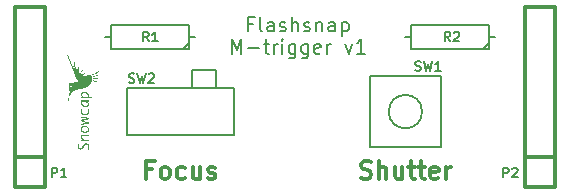
<source format=gto>
G04 (created by PCBNEW (2013-jul-07)-stable) date Thu 18 Dec 2014 12:40:28 PM EET*
%MOIN*%
G04 Gerber Fmt 3.4, Leading zero omitted, Abs format*
%FSLAX34Y34*%
G01*
G70*
G90*
G04 APERTURE LIST*
%ADD10C,0.00590551*%
%ADD11C,0.011811*%
%ADD12C,0.00787402*%
%ADD13C,0.008*%
%ADD14C,0.012*%
%ADD15C,0.0001*%
G04 APERTURE END LIST*
G54D10*
G54D11*
X82023Y-59210D02*
X82107Y-59239D01*
X82248Y-59239D01*
X82304Y-59210D01*
X82332Y-59182D01*
X82361Y-59126D01*
X82361Y-59070D01*
X82332Y-59014D01*
X82304Y-58985D01*
X82248Y-58957D01*
X82136Y-58929D01*
X82079Y-58901D01*
X82051Y-58873D01*
X82023Y-58817D01*
X82023Y-58760D01*
X82051Y-58704D01*
X82079Y-58676D01*
X82136Y-58648D01*
X82276Y-58648D01*
X82361Y-58676D01*
X82614Y-59239D02*
X82614Y-58648D01*
X82867Y-59239D02*
X82867Y-58929D01*
X82839Y-58873D01*
X82782Y-58845D01*
X82698Y-58845D01*
X82642Y-58873D01*
X82614Y-58901D01*
X83401Y-58845D02*
X83401Y-59239D01*
X83148Y-58845D02*
X83148Y-59154D01*
X83176Y-59210D01*
X83232Y-59239D01*
X83317Y-59239D01*
X83373Y-59210D01*
X83401Y-59182D01*
X83598Y-58845D02*
X83823Y-58845D01*
X83682Y-58648D02*
X83682Y-59154D01*
X83710Y-59210D01*
X83767Y-59239D01*
X83823Y-59239D01*
X83935Y-58845D02*
X84160Y-58845D01*
X84020Y-58648D02*
X84020Y-59154D01*
X84048Y-59210D01*
X84104Y-59239D01*
X84160Y-59239D01*
X84582Y-59210D02*
X84526Y-59239D01*
X84413Y-59239D01*
X84357Y-59210D01*
X84329Y-59154D01*
X84329Y-58929D01*
X84357Y-58873D01*
X84413Y-58845D01*
X84526Y-58845D01*
X84582Y-58873D01*
X84610Y-58929D01*
X84610Y-58985D01*
X84329Y-59042D01*
X84863Y-59239D02*
X84863Y-58845D01*
X84863Y-58957D02*
X84892Y-58901D01*
X84920Y-58873D01*
X84976Y-58845D01*
X85032Y-58845D01*
X75057Y-58929D02*
X74861Y-58929D01*
X74861Y-59239D02*
X74861Y-58648D01*
X75142Y-58648D01*
X75451Y-59239D02*
X75395Y-59210D01*
X75367Y-59182D01*
X75339Y-59126D01*
X75339Y-58957D01*
X75367Y-58901D01*
X75395Y-58873D01*
X75451Y-58845D01*
X75535Y-58845D01*
X75592Y-58873D01*
X75620Y-58901D01*
X75648Y-58957D01*
X75648Y-59126D01*
X75620Y-59182D01*
X75592Y-59210D01*
X75535Y-59239D01*
X75451Y-59239D01*
X76154Y-59210D02*
X76098Y-59239D01*
X75985Y-59239D01*
X75929Y-59210D01*
X75901Y-59182D01*
X75873Y-59126D01*
X75873Y-58957D01*
X75901Y-58901D01*
X75929Y-58873D01*
X75985Y-58845D01*
X76098Y-58845D01*
X76154Y-58873D01*
X76660Y-58845D02*
X76660Y-59239D01*
X76407Y-58845D02*
X76407Y-59154D01*
X76435Y-59210D01*
X76492Y-59239D01*
X76576Y-59239D01*
X76632Y-59210D01*
X76660Y-59182D01*
X76913Y-59210D02*
X76970Y-59239D01*
X77082Y-59239D01*
X77138Y-59210D01*
X77167Y-59154D01*
X77167Y-59126D01*
X77138Y-59070D01*
X77082Y-59042D01*
X76998Y-59042D01*
X76942Y-59014D01*
X76913Y-58957D01*
X76913Y-58929D01*
X76942Y-58873D01*
X76998Y-58845D01*
X77082Y-58845D01*
X77138Y-58873D01*
G54D12*
X78413Y-54077D02*
X78256Y-54077D01*
X78256Y-54325D02*
X78256Y-53852D01*
X78481Y-53852D01*
X78728Y-54325D02*
X78683Y-54302D01*
X78661Y-54257D01*
X78661Y-53852D01*
X79111Y-54325D02*
X79111Y-54077D01*
X79088Y-54032D01*
X79043Y-54010D01*
X78953Y-54010D01*
X78908Y-54032D01*
X79111Y-54302D02*
X79066Y-54325D01*
X78953Y-54325D01*
X78908Y-54302D01*
X78886Y-54257D01*
X78886Y-54212D01*
X78908Y-54167D01*
X78953Y-54145D01*
X79066Y-54145D01*
X79111Y-54122D01*
X79313Y-54302D02*
X79358Y-54325D01*
X79448Y-54325D01*
X79493Y-54302D01*
X79516Y-54257D01*
X79516Y-54235D01*
X79493Y-54190D01*
X79448Y-54167D01*
X79381Y-54167D01*
X79336Y-54145D01*
X79313Y-54100D01*
X79313Y-54077D01*
X79336Y-54032D01*
X79381Y-54010D01*
X79448Y-54010D01*
X79493Y-54032D01*
X79718Y-54325D02*
X79718Y-53852D01*
X79921Y-54325D02*
X79921Y-54077D01*
X79898Y-54032D01*
X79853Y-54010D01*
X79786Y-54010D01*
X79741Y-54032D01*
X79718Y-54055D01*
X80123Y-54302D02*
X80168Y-54325D01*
X80258Y-54325D01*
X80303Y-54302D01*
X80326Y-54257D01*
X80326Y-54235D01*
X80303Y-54190D01*
X80258Y-54167D01*
X80191Y-54167D01*
X80146Y-54145D01*
X80123Y-54100D01*
X80123Y-54077D01*
X80146Y-54032D01*
X80191Y-54010D01*
X80258Y-54010D01*
X80303Y-54032D01*
X80528Y-54010D02*
X80528Y-54325D01*
X80528Y-54055D02*
X80551Y-54032D01*
X80596Y-54010D01*
X80663Y-54010D01*
X80708Y-54032D01*
X80731Y-54077D01*
X80731Y-54325D01*
X81158Y-54325D02*
X81158Y-54077D01*
X81136Y-54032D01*
X81091Y-54010D01*
X81001Y-54010D01*
X80956Y-54032D01*
X81158Y-54302D02*
X81113Y-54325D01*
X81001Y-54325D01*
X80956Y-54302D01*
X80933Y-54257D01*
X80933Y-54212D01*
X80956Y-54167D01*
X81001Y-54145D01*
X81113Y-54145D01*
X81158Y-54122D01*
X81383Y-54010D02*
X81383Y-54482D01*
X81383Y-54032D02*
X81428Y-54010D01*
X81518Y-54010D01*
X81563Y-54032D01*
X81586Y-54055D01*
X81608Y-54100D01*
X81608Y-54235D01*
X81586Y-54280D01*
X81563Y-54302D01*
X81518Y-54325D01*
X81428Y-54325D01*
X81383Y-54302D01*
X77716Y-55065D02*
X77716Y-54592D01*
X77874Y-54930D01*
X78031Y-54592D01*
X78031Y-55065D01*
X78256Y-54885D02*
X78616Y-54885D01*
X78773Y-54750D02*
X78953Y-54750D01*
X78841Y-54592D02*
X78841Y-54997D01*
X78863Y-55042D01*
X78908Y-55065D01*
X78953Y-55065D01*
X79111Y-55065D02*
X79111Y-54750D01*
X79111Y-54840D02*
X79133Y-54795D01*
X79156Y-54772D01*
X79201Y-54750D01*
X79246Y-54750D01*
X79403Y-55065D02*
X79403Y-54750D01*
X79403Y-54592D02*
X79381Y-54615D01*
X79403Y-54637D01*
X79426Y-54615D01*
X79403Y-54592D01*
X79403Y-54637D01*
X79831Y-54750D02*
X79831Y-55132D01*
X79808Y-55177D01*
X79786Y-55200D01*
X79741Y-55222D01*
X79673Y-55222D01*
X79628Y-55200D01*
X79831Y-55042D02*
X79786Y-55065D01*
X79696Y-55065D01*
X79651Y-55042D01*
X79628Y-55020D01*
X79606Y-54975D01*
X79606Y-54840D01*
X79628Y-54795D01*
X79651Y-54772D01*
X79696Y-54750D01*
X79786Y-54750D01*
X79831Y-54772D01*
X80258Y-54750D02*
X80258Y-55132D01*
X80236Y-55177D01*
X80213Y-55200D01*
X80168Y-55222D01*
X80101Y-55222D01*
X80056Y-55200D01*
X80258Y-55042D02*
X80213Y-55065D01*
X80123Y-55065D01*
X80078Y-55042D01*
X80056Y-55020D01*
X80033Y-54975D01*
X80033Y-54840D01*
X80056Y-54795D01*
X80078Y-54772D01*
X80123Y-54750D01*
X80213Y-54750D01*
X80258Y-54772D01*
X80663Y-55042D02*
X80618Y-55065D01*
X80528Y-55065D01*
X80483Y-55042D01*
X80461Y-54997D01*
X80461Y-54817D01*
X80483Y-54772D01*
X80528Y-54750D01*
X80618Y-54750D01*
X80663Y-54772D01*
X80686Y-54817D01*
X80686Y-54862D01*
X80461Y-54907D01*
X80888Y-55065D02*
X80888Y-54750D01*
X80888Y-54840D02*
X80911Y-54795D01*
X80933Y-54772D01*
X80978Y-54750D01*
X81023Y-54750D01*
X81496Y-54750D02*
X81608Y-55065D01*
X81721Y-54750D01*
X82148Y-55065D02*
X81878Y-55065D01*
X82013Y-55065D02*
X82013Y-54592D01*
X81968Y-54660D01*
X81923Y-54705D01*
X81878Y-54727D01*
G54D10*
X77181Y-56212D02*
X77181Y-55622D01*
X77181Y-55622D02*
X76393Y-55622D01*
X76393Y-55622D02*
X76393Y-56212D01*
X76000Y-56212D02*
X77771Y-56212D01*
X77771Y-56212D02*
X77771Y-57787D01*
X77771Y-57787D02*
X74228Y-57787D01*
X74228Y-57787D02*
X74228Y-56212D01*
X74228Y-56212D02*
X76000Y-56212D01*
X84056Y-57000D02*
G75*
G03X84056Y-57000I-556J0D01*
G74*
G01*
X84681Y-58181D02*
X84681Y-55818D01*
X84681Y-55818D02*
X82318Y-55818D01*
X82318Y-55818D02*
X82318Y-58181D01*
X82318Y-58181D02*
X84681Y-58181D01*
G54D13*
X76500Y-54500D02*
X76300Y-54500D01*
X73500Y-54500D02*
X73700Y-54500D01*
X73700Y-54500D02*
X73700Y-54900D01*
X73700Y-54900D02*
X76300Y-54900D01*
X76300Y-54900D02*
X76300Y-54100D01*
X76300Y-54100D02*
X73700Y-54100D01*
X73700Y-54100D02*
X73700Y-54500D01*
X76300Y-54700D02*
X76100Y-54900D01*
X86500Y-54500D02*
X86300Y-54500D01*
X83500Y-54500D02*
X83700Y-54500D01*
X83700Y-54500D02*
X83700Y-54900D01*
X83700Y-54900D02*
X86300Y-54900D01*
X86300Y-54900D02*
X86300Y-54100D01*
X86300Y-54100D02*
X83700Y-54100D01*
X83700Y-54100D02*
X83700Y-54500D01*
X86300Y-54700D02*
X86100Y-54900D01*
G54D14*
X71500Y-59500D02*
X70500Y-59500D01*
X70500Y-59500D02*
X70500Y-53500D01*
X70500Y-53500D02*
X71500Y-53500D01*
X71500Y-53500D02*
X71500Y-59500D01*
X71500Y-58500D02*
X70500Y-58500D01*
X88500Y-59500D02*
X87500Y-59500D01*
X87500Y-59500D02*
X87500Y-53500D01*
X87500Y-53500D02*
X88500Y-53500D01*
X88500Y-53500D02*
X88500Y-59500D01*
X88500Y-58500D02*
X87500Y-58500D01*
G54D15*
G36*
X73268Y-55641D02*
X73272Y-55642D01*
X73275Y-55645D01*
X73279Y-55649D01*
X73281Y-55654D01*
X73280Y-55658D01*
X73280Y-55661D01*
X73278Y-55664D01*
X73275Y-55667D01*
X73270Y-55671D01*
X73264Y-55676D01*
X73256Y-55682D01*
X73218Y-55708D01*
X73178Y-55732D01*
X73136Y-55755D01*
X73097Y-55774D01*
X73086Y-55778D01*
X73079Y-55782D01*
X73073Y-55784D01*
X73068Y-55785D01*
X73065Y-55785D01*
X73062Y-55785D01*
X73059Y-55784D01*
X73059Y-55784D01*
X73055Y-55781D01*
X73052Y-55776D01*
X73051Y-55771D01*
X73051Y-55768D01*
X73052Y-55765D01*
X73054Y-55762D01*
X73057Y-55759D01*
X73062Y-55756D01*
X73069Y-55753D01*
X73079Y-55748D01*
X73082Y-55747D01*
X73110Y-55734D01*
X73138Y-55720D01*
X73166Y-55704D01*
X73193Y-55688D01*
X73218Y-55671D01*
X73241Y-55655D01*
X73244Y-55653D01*
X73252Y-55647D01*
X73259Y-55643D01*
X73264Y-55641D01*
X73268Y-55641D01*
X73268Y-55641D01*
X73268Y-55641D01*
G37*
G36*
X73254Y-55771D02*
X73260Y-55773D01*
X73264Y-55776D01*
X73267Y-55782D01*
X73268Y-55787D01*
X73266Y-55793D01*
X73265Y-55795D01*
X73262Y-55797D01*
X73258Y-55800D01*
X73256Y-55800D01*
X73253Y-55801D01*
X73248Y-55803D01*
X73240Y-55806D01*
X73230Y-55809D01*
X73219Y-55812D01*
X73207Y-55816D01*
X73193Y-55820D01*
X73180Y-55824D01*
X73166Y-55828D01*
X73152Y-55833D01*
X73139Y-55837D01*
X73126Y-55840D01*
X73115Y-55844D01*
X73106Y-55846D01*
X73098Y-55849D01*
X73093Y-55850D01*
X73090Y-55851D01*
X73086Y-55851D01*
X73083Y-55850D01*
X73077Y-55846D01*
X73074Y-55840D01*
X73074Y-55835D01*
X73075Y-55829D01*
X73080Y-55825D01*
X73083Y-55823D01*
X73086Y-55821D01*
X73092Y-55819D01*
X73100Y-55817D01*
X73110Y-55814D01*
X73122Y-55810D01*
X73135Y-55806D01*
X73148Y-55802D01*
X73162Y-55798D01*
X73176Y-55793D01*
X73190Y-55789D01*
X73204Y-55785D01*
X73216Y-55782D01*
X73228Y-55778D01*
X73237Y-55776D01*
X73245Y-55774D01*
X73251Y-55772D01*
X73254Y-55771D01*
X73254Y-55771D01*
X73254Y-55771D01*
X73254Y-55771D01*
G37*
G36*
X73218Y-55879D02*
X73223Y-55879D01*
X73226Y-55879D01*
X73228Y-55880D01*
X73230Y-55880D01*
X73231Y-55881D01*
X73233Y-55883D01*
X73233Y-55883D01*
X73237Y-55889D01*
X73237Y-55895D01*
X73235Y-55900D01*
X73233Y-55902D01*
X73229Y-55906D01*
X73224Y-55908D01*
X73223Y-55908D01*
X73220Y-55908D01*
X73215Y-55909D01*
X73207Y-55910D01*
X73197Y-55911D01*
X73186Y-55912D01*
X73173Y-55913D01*
X73159Y-55915D01*
X73156Y-55915D01*
X73140Y-55917D01*
X73127Y-55918D01*
X73117Y-55919D01*
X73109Y-55919D01*
X73103Y-55920D01*
X73098Y-55920D01*
X73095Y-55920D01*
X73092Y-55920D01*
X73091Y-55920D01*
X73089Y-55919D01*
X73088Y-55918D01*
X73083Y-55914D01*
X73080Y-55909D01*
X73080Y-55903D01*
X73083Y-55898D01*
X73087Y-55894D01*
X73089Y-55893D01*
X73093Y-55892D01*
X73099Y-55891D01*
X73108Y-55890D01*
X73120Y-55888D01*
X73134Y-55887D01*
X73151Y-55885D01*
X73151Y-55885D01*
X73168Y-55883D01*
X73183Y-55881D01*
X73195Y-55880D01*
X73205Y-55879D01*
X73212Y-55879D01*
X73218Y-55879D01*
X73218Y-55879D01*
X73218Y-55879D01*
G37*
G36*
X73093Y-55961D02*
X73101Y-55961D01*
X73112Y-55962D01*
X73124Y-55963D01*
X73137Y-55965D01*
X73148Y-55967D01*
X73158Y-55970D01*
X73160Y-55970D01*
X73172Y-55974D01*
X73183Y-55978D01*
X73193Y-55982D01*
X73200Y-55986D01*
X73205Y-55990D01*
X73206Y-55992D01*
X73207Y-55998D01*
X73206Y-56004D01*
X73204Y-56008D01*
X73200Y-56012D01*
X73195Y-56014D01*
X73189Y-56013D01*
X73181Y-56010D01*
X73179Y-56009D01*
X73166Y-56004D01*
X73151Y-55999D01*
X73135Y-55996D01*
X73115Y-55993D01*
X73094Y-55991D01*
X73087Y-55990D01*
X73082Y-55989D01*
X73078Y-55988D01*
X73076Y-55987D01*
X73074Y-55985D01*
X73074Y-55985D01*
X73071Y-55979D01*
X73071Y-55973D01*
X73073Y-55967D01*
X73075Y-55965D01*
X73077Y-55963D01*
X73080Y-55962D01*
X73083Y-55961D01*
X73088Y-55961D01*
X73093Y-55961D01*
X73093Y-55961D01*
X73093Y-55961D01*
G37*
G36*
X72246Y-55118D02*
X72251Y-55119D01*
X72256Y-55122D01*
X72257Y-55122D01*
X72258Y-55125D01*
X72260Y-55130D01*
X72264Y-55137D01*
X72267Y-55145D01*
X72271Y-55154D01*
X72272Y-55157D01*
X72275Y-55164D01*
X72279Y-55173D01*
X72284Y-55185D01*
X72290Y-55199D01*
X72296Y-55214D01*
X72302Y-55230D01*
X72310Y-55247D01*
X72317Y-55264D01*
X72324Y-55282D01*
X72325Y-55285D01*
X72339Y-55320D01*
X72354Y-55355D01*
X72369Y-55391D01*
X72383Y-55427D01*
X72397Y-55462D01*
X72411Y-55497D01*
X72424Y-55530D01*
X72437Y-55562D01*
X72448Y-55591D01*
X72449Y-55594D01*
X72454Y-55606D01*
X72458Y-55617D01*
X72462Y-55627D01*
X72465Y-55635D01*
X72467Y-55641D01*
X72469Y-55645D01*
X72469Y-55646D01*
X72470Y-55648D01*
X72472Y-55649D01*
X72476Y-55650D01*
X72482Y-55651D01*
X72489Y-55652D01*
X72496Y-55653D01*
X72502Y-55654D01*
X72507Y-55654D01*
X72508Y-55654D01*
X72508Y-55653D01*
X72507Y-55648D01*
X72505Y-55641D01*
X72503Y-55632D01*
X72501Y-55620D01*
X72498Y-55606D01*
X72495Y-55590D01*
X72491Y-55573D01*
X72487Y-55554D01*
X72482Y-55534D01*
X72478Y-55513D01*
X72475Y-55499D01*
X72470Y-55477D01*
X72466Y-55456D01*
X72461Y-55436D01*
X72457Y-55417D01*
X72454Y-55400D01*
X72450Y-55384D01*
X72448Y-55371D01*
X72445Y-55359D01*
X72443Y-55349D01*
X72442Y-55342D01*
X72441Y-55338D01*
X72441Y-55337D01*
X72442Y-55330D01*
X72446Y-55326D01*
X72451Y-55323D01*
X72455Y-55322D01*
X72461Y-55323D01*
X72466Y-55327D01*
X72468Y-55330D01*
X72469Y-55332D01*
X72470Y-55337D01*
X72472Y-55345D01*
X72474Y-55355D01*
X72477Y-55367D01*
X72480Y-55381D01*
X72484Y-55398D01*
X72488Y-55416D01*
X72492Y-55435D01*
X72496Y-55455D01*
X72501Y-55477D01*
X72506Y-55499D01*
X72541Y-55663D01*
X72557Y-55668D01*
X72565Y-55671D01*
X72571Y-55673D01*
X72575Y-55675D01*
X72577Y-55675D01*
X72578Y-55675D01*
X72578Y-55674D01*
X72578Y-55674D01*
X72578Y-55671D01*
X72579Y-55666D01*
X72580Y-55658D01*
X72581Y-55649D01*
X72583Y-55637D01*
X72584Y-55625D01*
X72586Y-55612D01*
X72588Y-55598D01*
X72590Y-55584D01*
X72592Y-55570D01*
X72594Y-55557D01*
X72595Y-55545D01*
X72597Y-55534D01*
X72598Y-55525D01*
X72599Y-55519D01*
X72600Y-55514D01*
X72601Y-55512D01*
X72604Y-55507D01*
X72610Y-55504D01*
X72616Y-55504D01*
X72623Y-55506D01*
X72627Y-55511D01*
X72629Y-55517D01*
X72629Y-55518D01*
X72628Y-55520D01*
X72628Y-55526D01*
X72627Y-55534D01*
X72626Y-55544D01*
X72624Y-55556D01*
X72622Y-55569D01*
X72621Y-55584D01*
X72618Y-55600D01*
X72618Y-55607D01*
X72615Y-55623D01*
X72614Y-55637D01*
X72612Y-55651D01*
X72610Y-55663D01*
X72609Y-55673D01*
X72608Y-55682D01*
X72608Y-55687D01*
X72608Y-55690D01*
X72608Y-55691D01*
X72609Y-55692D01*
X72613Y-55694D01*
X72619Y-55697D01*
X72626Y-55701D01*
X72630Y-55704D01*
X72651Y-55716D01*
X72682Y-55670D01*
X72689Y-55659D01*
X72696Y-55649D01*
X72702Y-55640D01*
X72708Y-55632D01*
X72712Y-55627D01*
X72715Y-55623D01*
X72717Y-55621D01*
X72723Y-55619D01*
X72729Y-55619D01*
X72734Y-55623D01*
X72734Y-55623D01*
X72737Y-55625D01*
X72738Y-55628D01*
X72739Y-55630D01*
X72739Y-55633D01*
X72738Y-55637D01*
X72736Y-55641D01*
X72733Y-55647D01*
X72728Y-55655D01*
X72722Y-55664D01*
X72715Y-55676D01*
X72708Y-55685D01*
X72701Y-55696D01*
X72695Y-55706D01*
X72689Y-55715D01*
X72684Y-55722D01*
X72680Y-55728D01*
X72678Y-55732D01*
X72678Y-55733D01*
X72679Y-55734D01*
X72682Y-55737D01*
X72686Y-55742D01*
X72688Y-55744D01*
X72693Y-55749D01*
X72698Y-55754D01*
X72704Y-55761D01*
X72708Y-55766D01*
X72712Y-55771D01*
X72713Y-55773D01*
X72714Y-55772D01*
X72718Y-55770D01*
X72724Y-55766D01*
X72731Y-55762D01*
X72740Y-55756D01*
X72750Y-55750D01*
X72759Y-55745D01*
X72772Y-55737D01*
X72783Y-55731D01*
X72792Y-55725D01*
X72799Y-55722D01*
X72805Y-55719D01*
X72809Y-55718D01*
X72812Y-55717D01*
X72815Y-55718D01*
X72817Y-55719D01*
X72819Y-55721D01*
X72820Y-55722D01*
X72824Y-55728D01*
X72824Y-55734D01*
X72822Y-55739D01*
X72819Y-55742D01*
X72817Y-55744D01*
X72812Y-55748D01*
X72805Y-55752D01*
X72797Y-55758D01*
X72787Y-55764D01*
X72776Y-55770D01*
X72772Y-55773D01*
X72762Y-55779D01*
X72752Y-55785D01*
X72744Y-55790D01*
X72737Y-55794D01*
X72732Y-55797D01*
X72730Y-55799D01*
X72730Y-55799D01*
X72730Y-55801D01*
X72732Y-55804D01*
X72736Y-55810D01*
X72740Y-55816D01*
X72742Y-55820D01*
X72755Y-55841D01*
X72764Y-55837D01*
X72799Y-55822D01*
X72836Y-55810D01*
X72874Y-55799D01*
X72893Y-55794D01*
X72912Y-55791D01*
X72931Y-55788D01*
X72951Y-55785D01*
X72971Y-55784D01*
X72989Y-55783D01*
X73005Y-55783D01*
X73021Y-55783D01*
X73029Y-55790D01*
X73034Y-55796D01*
X73039Y-55802D01*
X73042Y-55809D01*
X73045Y-55818D01*
X73048Y-55828D01*
X73053Y-55848D01*
X73056Y-55866D01*
X73057Y-55883D01*
X73058Y-55902D01*
X73056Y-55922D01*
X73056Y-55927D01*
X73055Y-55942D01*
X73053Y-55955D01*
X73051Y-55966D01*
X73049Y-55976D01*
X73046Y-55986D01*
X73042Y-55996D01*
X73038Y-56008D01*
X73036Y-56012D01*
X73025Y-56036D01*
X73012Y-56058D01*
X73007Y-56064D01*
X72360Y-56064D01*
X72354Y-56065D01*
X72342Y-56068D01*
X72332Y-56073D01*
X72326Y-56077D01*
X72320Y-56084D01*
X72315Y-56094D01*
X72311Y-56104D01*
X72308Y-56115D01*
X72306Y-56123D01*
X72306Y-56133D01*
X72305Y-56144D01*
X72305Y-56156D01*
X72305Y-56169D01*
X72306Y-56181D01*
X72307Y-56192D01*
X72308Y-56199D01*
X72310Y-56213D01*
X72313Y-56228D01*
X72317Y-56244D01*
X72322Y-56261D01*
X72327Y-56278D01*
X72332Y-56294D01*
X72337Y-56308D01*
X72338Y-56312D01*
X72344Y-56327D01*
X72345Y-56319D01*
X72347Y-56310D01*
X72348Y-56299D01*
X72349Y-56286D01*
X72351Y-56272D01*
X72352Y-56258D01*
X72353Y-56245D01*
X72354Y-56232D01*
X72355Y-56220D01*
X72356Y-56211D01*
X72356Y-56204D01*
X72356Y-56204D01*
X72356Y-56191D01*
X72360Y-56197D01*
X72365Y-56202D01*
X72370Y-56204D01*
X72376Y-56203D01*
X72377Y-56203D01*
X72382Y-56200D01*
X72385Y-56195D01*
X72389Y-56187D01*
X72390Y-56184D01*
X72391Y-56177D01*
X72392Y-56169D01*
X72391Y-56161D01*
X72390Y-56154D01*
X72388Y-56148D01*
X72388Y-56148D01*
X72383Y-56142D01*
X72378Y-56139D01*
X72372Y-56139D01*
X72367Y-56142D01*
X72365Y-56143D01*
X72364Y-56145D01*
X72363Y-56145D01*
X72363Y-56145D01*
X72363Y-56142D01*
X72364Y-56136D01*
X72365Y-56131D01*
X72366Y-56123D01*
X72367Y-56114D01*
X72368Y-56104D01*
X72368Y-56100D01*
X72369Y-56092D01*
X72369Y-56086D01*
X72368Y-56083D01*
X72367Y-56079D01*
X72366Y-56076D01*
X72365Y-56073D01*
X72360Y-56064D01*
X73007Y-56064D01*
X72997Y-56079D01*
X72980Y-56100D01*
X72967Y-56114D01*
X72949Y-56131D01*
X72933Y-56146D01*
X72916Y-56160D01*
X72898Y-56172D01*
X72880Y-56183D01*
X72860Y-56193D01*
X72838Y-56203D01*
X72817Y-56212D01*
X72805Y-56216D01*
X72795Y-56220D01*
X72784Y-56223D01*
X72773Y-56226D01*
X72761Y-56229D01*
X72747Y-56232D01*
X72732Y-56235D01*
X72715Y-56238D01*
X72695Y-56241D01*
X72686Y-56243D01*
X72655Y-56248D01*
X72627Y-56253D01*
X72601Y-56258D01*
X72577Y-56263D01*
X72555Y-56268D01*
X72535Y-56274D01*
X72516Y-56280D01*
X72497Y-56287D01*
X72479Y-56294D01*
X72461Y-56302D01*
X72447Y-56309D01*
X72440Y-56313D01*
X72432Y-56318D01*
X72422Y-56324D01*
X72413Y-56330D01*
X72403Y-56337D01*
X72393Y-56344D01*
X72385Y-56351D01*
X72377Y-56356D01*
X72372Y-56361D01*
X72369Y-56365D01*
X72369Y-56365D01*
X72359Y-56379D01*
X72349Y-56395D01*
X72339Y-56414D01*
X72329Y-56434D01*
X72320Y-56454D01*
X72311Y-56475D01*
X72303Y-56495D01*
X72297Y-56515D01*
X72296Y-56517D01*
X72291Y-56535D01*
X72287Y-56551D01*
X72283Y-56565D01*
X72281Y-56578D01*
X72278Y-56592D01*
X72277Y-56605D01*
X72275Y-56619D01*
X72275Y-56628D01*
X72274Y-56635D01*
X72274Y-56639D01*
X72273Y-56642D01*
X72272Y-56643D01*
X72271Y-56643D01*
X72269Y-56643D01*
X72268Y-56641D01*
X72267Y-56639D01*
X72267Y-56635D01*
X72266Y-56629D01*
X72266Y-56621D01*
X72267Y-56611D01*
X72267Y-56598D01*
X72267Y-56584D01*
X72269Y-56552D01*
X72271Y-56524D01*
X72274Y-56498D01*
X72277Y-56473D01*
X72281Y-56451D01*
X72285Y-56430D01*
X72291Y-56409D01*
X72297Y-56390D01*
X72305Y-56370D01*
X72308Y-56362D01*
X72311Y-56354D01*
X72314Y-56348D01*
X72316Y-56343D01*
X72316Y-56339D01*
X72316Y-56339D01*
X72315Y-56337D01*
X72313Y-56332D01*
X72311Y-56326D01*
X72310Y-56322D01*
X72305Y-56309D01*
X72300Y-56293D01*
X72295Y-56276D01*
X72290Y-56259D01*
X72286Y-56242D01*
X72282Y-56226D01*
X72279Y-56211D01*
X72278Y-56205D01*
X72276Y-56192D01*
X72275Y-56177D01*
X72275Y-56162D01*
X72274Y-56147D01*
X72275Y-56134D01*
X72276Y-56127D01*
X72279Y-56107D01*
X72284Y-56089D01*
X72291Y-56074D01*
X72300Y-56061D01*
X72310Y-56051D01*
X72322Y-56043D01*
X72328Y-56041D01*
X72333Y-56039D01*
X72338Y-56038D01*
X72345Y-56036D01*
X72353Y-56035D01*
X72362Y-56034D01*
X72373Y-56033D01*
X72387Y-56032D01*
X72403Y-56032D01*
X72421Y-56031D01*
X72425Y-56031D01*
X72447Y-56030D01*
X72467Y-56029D01*
X72484Y-56028D01*
X72499Y-56026D01*
X72512Y-56025D01*
X72523Y-56023D01*
X72532Y-56021D01*
X72540Y-56019D01*
X72547Y-56017D01*
X72553Y-56014D01*
X72553Y-56014D01*
X72556Y-56013D01*
X72558Y-56011D01*
X72561Y-56009D01*
X72564Y-56005D01*
X72567Y-56001D01*
X72573Y-55994D01*
X72577Y-55988D01*
X72590Y-55972D01*
X72583Y-55962D01*
X72575Y-55952D01*
X72566Y-55939D01*
X72557Y-55924D01*
X72547Y-55907D01*
X72536Y-55888D01*
X72526Y-55869D01*
X72516Y-55850D01*
X72507Y-55831D01*
X72498Y-55812D01*
X72493Y-55800D01*
X72487Y-55786D01*
X72481Y-55771D01*
X72474Y-55755D01*
X72468Y-55738D01*
X72462Y-55722D01*
X72456Y-55706D01*
X72451Y-55691D01*
X72447Y-55678D01*
X72444Y-55668D01*
X72444Y-55667D01*
X72441Y-55660D01*
X72438Y-55651D01*
X72434Y-55638D01*
X72428Y-55623D01*
X72421Y-55606D01*
X72414Y-55586D01*
X72405Y-55564D01*
X72396Y-55540D01*
X72385Y-55514D01*
X72374Y-55486D01*
X72362Y-55456D01*
X72350Y-55425D01*
X72336Y-55392D01*
X72322Y-55358D01*
X72308Y-55322D01*
X72293Y-55285D01*
X72277Y-55248D01*
X72261Y-55209D01*
X72247Y-55176D01*
X72242Y-55164D01*
X72238Y-55154D01*
X72235Y-55146D01*
X72233Y-55141D01*
X72232Y-55136D01*
X72231Y-55133D01*
X72231Y-55131D01*
X72231Y-55129D01*
X72232Y-55127D01*
X72232Y-55127D01*
X72235Y-55122D01*
X72240Y-55119D01*
X72246Y-55118D01*
X72246Y-55118D01*
X72246Y-55118D01*
G37*
G36*
X72795Y-56333D02*
X72817Y-56334D01*
X72837Y-56337D01*
X72855Y-56342D01*
X72873Y-56349D01*
X72877Y-56351D01*
X72896Y-56362D01*
X72913Y-56375D01*
X72918Y-56380D01*
X72809Y-56380D01*
X72791Y-56380D01*
X72775Y-56382D01*
X72761Y-56386D01*
X72748Y-56391D01*
X72738Y-56398D01*
X72731Y-56406D01*
X72726Y-56415D01*
X72724Y-56425D01*
X72724Y-56435D01*
X72728Y-56446D01*
X72734Y-56458D01*
X72742Y-56470D01*
X72752Y-56481D01*
X72765Y-56493D01*
X72780Y-56504D01*
X72782Y-56505D01*
X72797Y-56515D01*
X72854Y-56515D01*
X72911Y-56515D01*
X72913Y-56503D01*
X72915Y-56493D01*
X72916Y-56482D01*
X72916Y-56471D01*
X72915Y-56461D01*
X72914Y-56453D01*
X72914Y-56451D01*
X72910Y-56440D01*
X72905Y-56430D01*
X72898Y-56421D01*
X72890Y-56412D01*
X72878Y-56402D01*
X72866Y-56393D01*
X72852Y-56387D01*
X72836Y-56383D01*
X72818Y-56381D01*
X72809Y-56380D01*
X72918Y-56380D01*
X72926Y-56389D01*
X72937Y-56404D01*
X72945Y-56421D01*
X72950Y-56440D01*
X72951Y-56442D01*
X72951Y-56447D01*
X72952Y-56455D01*
X72952Y-56464D01*
X72952Y-56474D01*
X72952Y-56485D01*
X72951Y-56494D01*
X72951Y-56503D01*
X72950Y-56509D01*
X72950Y-56511D01*
X72949Y-56515D01*
X72999Y-56515D01*
X73050Y-56515D01*
X73050Y-56537D01*
X73050Y-56559D01*
X72869Y-56559D01*
X72688Y-56559D01*
X72689Y-56538D01*
X72689Y-56516D01*
X72717Y-56516D01*
X72745Y-56515D01*
X72732Y-56505D01*
X72717Y-56492D01*
X72704Y-56476D01*
X72694Y-56460D01*
X72689Y-56448D01*
X72685Y-56437D01*
X72683Y-56427D01*
X72683Y-56416D01*
X72683Y-56412D01*
X72684Y-56399D01*
X72689Y-56388D01*
X72695Y-56376D01*
X72705Y-56365D01*
X72705Y-56364D01*
X72711Y-56358D01*
X72717Y-56353D01*
X72724Y-56349D01*
X72730Y-56346D01*
X72741Y-56341D01*
X72752Y-56338D01*
X72764Y-56335D01*
X72777Y-56334D01*
X72792Y-56333D01*
X72795Y-56333D01*
X72795Y-56333D01*
X72795Y-56333D01*
G37*
G36*
X72854Y-58049D02*
X72871Y-58049D01*
X72887Y-58053D01*
X72901Y-58058D01*
X72916Y-58066D01*
X72928Y-58078D01*
X72939Y-58091D01*
X72948Y-58106D01*
X72954Y-58124D01*
X72956Y-58133D01*
X72957Y-58141D01*
X72958Y-58152D01*
X72959Y-58163D01*
X72959Y-58175D01*
X72959Y-58187D01*
X72959Y-58197D01*
X72958Y-58204D01*
X72956Y-58218D01*
X72953Y-58233D01*
X72948Y-58248D01*
X72946Y-58254D01*
X72942Y-58267D01*
X72919Y-58268D01*
X72897Y-58268D01*
X72904Y-58254D01*
X72910Y-58238D01*
X72915Y-58220D01*
X72919Y-58203D01*
X72922Y-58187D01*
X72924Y-58172D01*
X72924Y-58168D01*
X72923Y-58156D01*
X72920Y-58144D01*
X72917Y-58132D01*
X72912Y-58122D01*
X72906Y-58114D01*
X72905Y-58113D01*
X72896Y-58105D01*
X72885Y-58099D01*
X72873Y-58096D01*
X72861Y-58095D01*
X72860Y-58095D01*
X72852Y-58097D01*
X72844Y-58099D01*
X72837Y-58103D01*
X72829Y-58108D01*
X72822Y-58116D01*
X72814Y-58125D01*
X72806Y-58136D01*
X72797Y-58149D01*
X72787Y-58166D01*
X72780Y-58178D01*
X72773Y-58191D01*
X72766Y-58201D01*
X72761Y-58210D01*
X72756Y-58217D01*
X72751Y-58224D01*
X72746Y-58229D01*
X72741Y-58235D01*
X72740Y-58235D01*
X72726Y-58247D01*
X72712Y-58256D01*
X72696Y-58261D01*
X72680Y-58264D01*
X72674Y-58264D01*
X72656Y-58263D01*
X72641Y-58259D01*
X72627Y-58253D01*
X72614Y-58244D01*
X72608Y-58238D01*
X72599Y-58227D01*
X72591Y-58217D01*
X72586Y-58204D01*
X72582Y-58191D01*
X72579Y-58174D01*
X72578Y-58166D01*
X72577Y-58153D01*
X72578Y-58139D01*
X72579Y-58125D01*
X72580Y-58110D01*
X72582Y-58097D01*
X72585Y-58085D01*
X72588Y-58077D01*
X72589Y-58073D01*
X72608Y-58073D01*
X72615Y-58073D01*
X72621Y-58073D01*
X72626Y-58073D01*
X72627Y-58073D01*
X72627Y-58075D01*
X72626Y-58079D01*
X72625Y-58085D01*
X72624Y-58088D01*
X72618Y-58108D01*
X72615Y-58130D01*
X72614Y-58141D01*
X72614Y-58159D01*
X72616Y-58174D01*
X72621Y-58187D01*
X72629Y-58199D01*
X72633Y-58203D01*
X72640Y-58210D01*
X72648Y-58214D01*
X72657Y-58216D01*
X72668Y-58217D01*
X72675Y-58217D01*
X72682Y-58216D01*
X72688Y-58214D01*
X72694Y-58211D01*
X72700Y-58207D01*
X72706Y-58201D01*
X72712Y-58194D01*
X72719Y-58184D01*
X72727Y-58173D01*
X72736Y-58159D01*
X72746Y-58143D01*
X72748Y-58138D01*
X72758Y-58123D01*
X72766Y-58110D01*
X72773Y-58100D01*
X72779Y-58091D01*
X72785Y-58084D01*
X72790Y-58078D01*
X72796Y-58073D01*
X72801Y-58068D01*
X72808Y-58064D01*
X72809Y-58063D01*
X72823Y-58056D01*
X72838Y-58051D01*
X72854Y-58049D01*
X72854Y-58049D01*
X72854Y-58049D01*
G37*
G36*
X72830Y-57470D02*
X72845Y-57471D01*
X72858Y-57473D01*
X72870Y-57476D01*
X72882Y-57480D01*
X72900Y-57490D01*
X72916Y-57501D01*
X72929Y-57515D01*
X72930Y-57516D01*
X72817Y-57516D01*
X72798Y-57517D01*
X72781Y-57520D01*
X72765Y-57525D01*
X72751Y-57532D01*
X72741Y-57540D01*
X72731Y-57550D01*
X72725Y-57560D01*
X72720Y-57573D01*
X72719Y-57586D01*
X72719Y-57595D01*
X72719Y-57603D01*
X72720Y-57609D01*
X72721Y-57614D01*
X72724Y-57620D01*
X72724Y-57621D01*
X72732Y-57633D01*
X72742Y-57644D01*
X72754Y-57652D01*
X72770Y-57659D01*
X72778Y-57662D01*
X72783Y-57663D01*
X72788Y-57664D01*
X72793Y-57665D01*
X72799Y-57665D01*
X72807Y-57665D01*
X72817Y-57665D01*
X72819Y-57665D01*
X72832Y-57665D01*
X72842Y-57665D01*
X72851Y-57664D01*
X72859Y-57662D01*
X72866Y-57660D01*
X72874Y-57657D01*
X72880Y-57654D01*
X72893Y-57646D01*
X72904Y-57636D01*
X72912Y-57625D01*
X72917Y-57612D01*
X72920Y-57598D01*
X72920Y-57583D01*
X72919Y-57579D01*
X72915Y-57565D01*
X72909Y-57553D01*
X72900Y-57542D01*
X72888Y-57533D01*
X72875Y-57526D01*
X72858Y-57520D01*
X72840Y-57517D01*
X72836Y-57516D01*
X72817Y-57516D01*
X72930Y-57516D01*
X72940Y-57530D01*
X72948Y-57546D01*
X72954Y-57564D01*
X72956Y-57583D01*
X72956Y-57602D01*
X72953Y-57621D01*
X72947Y-57638D01*
X72939Y-57655D01*
X72928Y-57669D01*
X72915Y-57682D01*
X72899Y-57693D01*
X72881Y-57702D01*
X72862Y-57708D01*
X72857Y-57710D01*
X72851Y-57711D01*
X72846Y-57712D01*
X72839Y-57712D01*
X72832Y-57712D01*
X72821Y-57712D01*
X72820Y-57712D01*
X72809Y-57712D01*
X72801Y-57712D01*
X72794Y-57712D01*
X72788Y-57711D01*
X72783Y-57710D01*
X72778Y-57709D01*
X72760Y-57703D01*
X72742Y-57694D01*
X72726Y-57684D01*
X72712Y-57671D01*
X72701Y-57658D01*
X72699Y-57655D01*
X72692Y-57642D01*
X72687Y-57628D01*
X72684Y-57613D01*
X72682Y-57596D01*
X72683Y-57585D01*
X72684Y-57569D01*
X72686Y-57556D01*
X72690Y-57543D01*
X72696Y-57532D01*
X72698Y-57529D01*
X72706Y-57517D01*
X72717Y-57505D01*
X72730Y-57495D01*
X72744Y-57486D01*
X72758Y-57480D01*
X72767Y-57476D01*
X72775Y-57474D01*
X72783Y-57472D01*
X72791Y-57471D01*
X72801Y-57470D01*
X72813Y-57470D01*
X72814Y-57470D01*
X72830Y-57470D01*
X72830Y-57470D01*
X72830Y-57470D01*
G37*
G36*
X72941Y-56908D02*
X72943Y-56912D01*
X72944Y-56915D01*
X72945Y-56921D01*
X72947Y-56928D01*
X72948Y-56931D01*
X72953Y-56954D01*
X72955Y-56976D01*
X72956Y-56997D01*
X72955Y-57008D01*
X72953Y-57022D01*
X72949Y-57037D01*
X72943Y-57051D01*
X72938Y-57061D01*
X72928Y-57075D01*
X72916Y-57088D01*
X72903Y-57099D01*
X72888Y-57109D01*
X72885Y-57110D01*
X72868Y-57117D01*
X72850Y-57122D01*
X72831Y-57124D01*
X72811Y-57124D01*
X72792Y-57122D01*
X72774Y-57118D01*
X72757Y-57112D01*
X72756Y-57111D01*
X72739Y-57101D01*
X72724Y-57089D01*
X72710Y-57075D01*
X72699Y-57059D01*
X72691Y-57042D01*
X72686Y-57027D01*
X72683Y-57009D01*
X72682Y-56990D01*
X72684Y-56969D01*
X72687Y-56948D01*
X72692Y-56926D01*
X72693Y-56920D01*
X72697Y-56908D01*
X72717Y-56908D01*
X72726Y-56908D01*
X72731Y-56908D01*
X72735Y-56909D01*
X72737Y-56909D01*
X72737Y-56910D01*
X72737Y-56911D01*
X72736Y-56913D01*
X72734Y-56918D01*
X72732Y-56925D01*
X72730Y-56931D01*
X72727Y-56940D01*
X72724Y-56948D01*
X72722Y-56956D01*
X72721Y-56961D01*
X72719Y-56971D01*
X72719Y-56982D01*
X72719Y-56994D01*
X72719Y-57004D01*
X72721Y-57013D01*
X72721Y-57013D01*
X72726Y-57028D01*
X72734Y-57041D01*
X72745Y-57052D01*
X72758Y-57062D01*
X72772Y-57069D01*
X72788Y-57074D01*
X72806Y-57077D01*
X72817Y-57077D01*
X72831Y-57077D01*
X72843Y-57075D01*
X72855Y-57072D01*
X72866Y-57067D01*
X72881Y-57058D01*
X72893Y-57049D01*
X72903Y-57038D01*
X72910Y-57025D01*
X72912Y-57020D01*
X72913Y-57014D01*
X72915Y-57005D01*
X72915Y-56995D01*
X72916Y-56984D01*
X72916Y-56974D01*
X72915Y-56964D01*
X72915Y-56960D01*
X72913Y-56954D01*
X72912Y-56947D01*
X72909Y-56939D01*
X72907Y-56930D01*
X72904Y-56921D01*
X72902Y-56915D01*
X72901Y-56911D01*
X72901Y-56910D01*
X72902Y-56909D01*
X72904Y-56908D01*
X72909Y-56908D01*
X72916Y-56908D01*
X72921Y-56908D01*
X72941Y-56908D01*
X72941Y-56908D01*
X72941Y-56908D01*
G37*
G36*
X72947Y-56618D02*
X72948Y-56619D01*
X72949Y-56621D01*
X72949Y-56625D01*
X72949Y-56631D01*
X72949Y-56640D01*
X72949Y-56640D01*
X72949Y-56663D01*
X72933Y-56666D01*
X72924Y-56667D01*
X72915Y-56668D01*
X72907Y-56669D01*
X72905Y-56669D01*
X72899Y-56670D01*
X72894Y-56670D01*
X72892Y-56671D01*
X72892Y-56671D01*
X72892Y-56671D01*
X72841Y-56671D01*
X72785Y-56672D01*
X72727Y-56672D01*
X72725Y-56681D01*
X72724Y-56686D01*
X72723Y-56694D01*
X72723Y-56702D01*
X72722Y-56706D01*
X72722Y-56723D01*
X72725Y-56737D01*
X72729Y-56750D01*
X72737Y-56763D01*
X72747Y-56775D01*
X72748Y-56776D01*
X72760Y-56785D01*
X72772Y-56793D01*
X72785Y-56799D01*
X72799Y-56803D01*
X72808Y-56805D01*
X72820Y-56806D01*
X72832Y-56806D01*
X72844Y-56807D01*
X72856Y-56806D01*
X72865Y-56805D01*
X72870Y-56804D01*
X72884Y-56799D01*
X72896Y-56792D01*
X72905Y-56783D01*
X72910Y-56777D01*
X72914Y-56767D01*
X72914Y-56756D01*
X72912Y-56745D01*
X72911Y-56741D01*
X72908Y-56734D01*
X72904Y-56728D01*
X72902Y-56725D01*
X72896Y-56717D01*
X72888Y-56708D01*
X72878Y-56699D01*
X72868Y-56690D01*
X72859Y-56683D01*
X72856Y-56681D01*
X72841Y-56671D01*
X72892Y-56671D01*
X72894Y-56672D01*
X72897Y-56675D01*
X72900Y-56677D01*
X72908Y-56683D01*
X72917Y-56691D01*
X72925Y-56700D01*
X72933Y-56709D01*
X72936Y-56713D01*
X72945Y-56729D01*
X72952Y-56745D01*
X72955Y-56760D01*
X72956Y-56776D01*
X72955Y-56780D01*
X72952Y-56793D01*
X72946Y-56805D01*
X72938Y-56817D01*
X72928Y-56828D01*
X72916Y-56837D01*
X72905Y-56843D01*
X72899Y-56845D01*
X72892Y-56848D01*
X72884Y-56850D01*
X72883Y-56850D01*
X72861Y-56853D01*
X72839Y-56854D01*
X72818Y-56852D01*
X72797Y-56848D01*
X72777Y-56842D01*
X72758Y-56834D01*
X72740Y-56824D01*
X72725Y-56812D01*
X72712Y-56798D01*
X72710Y-56796D01*
X72703Y-56785D01*
X72697Y-56775D01*
X72692Y-56764D01*
X72690Y-56756D01*
X72689Y-56751D01*
X72688Y-56746D01*
X72687Y-56739D01*
X72687Y-56732D01*
X72686Y-56723D01*
X72686Y-56712D01*
X72687Y-56700D01*
X72687Y-56684D01*
X72688Y-56666D01*
X72688Y-56663D01*
X72689Y-56627D01*
X72791Y-56627D01*
X72815Y-56627D01*
X72835Y-56627D01*
X72854Y-56627D01*
X72869Y-56627D01*
X72883Y-56626D01*
X72895Y-56626D01*
X72905Y-56625D01*
X72914Y-56625D01*
X72921Y-56624D01*
X72928Y-56623D01*
X72934Y-56622D01*
X72940Y-56620D01*
X72945Y-56619D01*
X72946Y-56618D01*
X72947Y-56618D01*
X72947Y-56618D01*
X72947Y-56618D01*
G37*
G36*
X72949Y-57767D02*
X72949Y-57788D01*
X72949Y-57809D01*
X72856Y-57810D01*
X72833Y-57810D01*
X72813Y-57810D01*
X72796Y-57811D01*
X72782Y-57811D01*
X72770Y-57811D01*
X72762Y-57812D01*
X72756Y-57812D01*
X72754Y-57813D01*
X72743Y-57816D01*
X72735Y-57822D01*
X72728Y-57830D01*
X72723Y-57839D01*
X72722Y-57846D01*
X72722Y-57856D01*
X72726Y-57867D01*
X72731Y-57879D01*
X72739Y-57891D01*
X72749Y-57903D01*
X72760Y-57914D01*
X72773Y-57925D01*
X72787Y-57934D01*
X72788Y-57935D01*
X72798Y-57940D01*
X72873Y-57940D01*
X72949Y-57940D01*
X72949Y-57962D01*
X72949Y-57983D01*
X72819Y-57983D01*
X72689Y-57983D01*
X72689Y-57962D01*
X72689Y-57940D01*
X72717Y-57940D01*
X72744Y-57940D01*
X72739Y-57936D01*
X72730Y-57929D01*
X72724Y-57924D01*
X72718Y-57919D01*
X72714Y-57914D01*
X72709Y-57909D01*
X72709Y-57908D01*
X72698Y-57894D01*
X72690Y-57878D01*
X72685Y-57863D01*
X72682Y-57847D01*
X72683Y-57832D01*
X72686Y-57818D01*
X72693Y-57804D01*
X72695Y-57801D01*
X72701Y-57791D01*
X72709Y-57784D01*
X72718Y-57778D01*
X72729Y-57774D01*
X72741Y-57771D01*
X72757Y-57769D01*
X72759Y-57769D01*
X72764Y-57768D01*
X72772Y-57768D01*
X72782Y-57768D01*
X72794Y-57767D01*
X72808Y-57767D01*
X72823Y-57767D01*
X72839Y-57767D01*
X72856Y-57767D01*
X72863Y-57767D01*
X72949Y-57767D01*
X72949Y-57767D01*
X72949Y-57767D01*
G37*
G36*
X72690Y-57168D02*
X72691Y-57168D01*
X72696Y-57169D01*
X72703Y-57170D01*
X72713Y-57172D01*
X72725Y-57174D01*
X72738Y-57176D01*
X72754Y-57178D01*
X72771Y-57181D01*
X72790Y-57184D01*
X72809Y-57187D01*
X72820Y-57189D01*
X72949Y-57210D01*
X72949Y-57230D01*
X72948Y-57250D01*
X72865Y-57275D01*
X72848Y-57280D01*
X72833Y-57285D01*
X72818Y-57289D01*
X72803Y-57293D01*
X72791Y-57297D01*
X72780Y-57300D01*
X72771Y-57302D01*
X72765Y-57304D01*
X72764Y-57304D01*
X72757Y-57305D01*
X72750Y-57307D01*
X72747Y-57308D01*
X72745Y-57308D01*
X72747Y-57309D01*
X72751Y-57310D01*
X72757Y-57311D01*
X72764Y-57313D01*
X72768Y-57314D01*
X72776Y-57316D01*
X72786Y-57318D01*
X72798Y-57321D01*
X72812Y-57324D01*
X72826Y-57328D01*
X72842Y-57332D01*
X72858Y-57336D01*
X72865Y-57338D01*
X72949Y-57359D01*
X72949Y-57380D01*
X72949Y-57389D01*
X72949Y-57395D01*
X72949Y-57398D01*
X72948Y-57401D01*
X72947Y-57402D01*
X72946Y-57402D01*
X72946Y-57402D01*
X72943Y-57402D01*
X72938Y-57403D01*
X72931Y-57405D01*
X72921Y-57406D01*
X72909Y-57408D01*
X72895Y-57410D01*
X72879Y-57413D01*
X72862Y-57416D01*
X72844Y-57419D01*
X72825Y-57422D01*
X72820Y-57423D01*
X72801Y-57426D01*
X72782Y-57429D01*
X72765Y-57432D01*
X72748Y-57434D01*
X72734Y-57437D01*
X72721Y-57439D01*
X72710Y-57440D01*
X72702Y-57442D01*
X72696Y-57443D01*
X72693Y-57443D01*
X72693Y-57443D01*
X72689Y-57444D01*
X72689Y-57424D01*
X72689Y-57415D01*
X72689Y-57409D01*
X72690Y-57405D01*
X72690Y-57404D01*
X72691Y-57404D01*
X72692Y-57403D01*
X72697Y-57403D01*
X72704Y-57401D01*
X72714Y-57400D01*
X72725Y-57398D01*
X72738Y-57396D01*
X72752Y-57394D01*
X72768Y-57391D01*
X72769Y-57391D01*
X72793Y-57387D01*
X72815Y-57384D01*
X72833Y-57381D01*
X72848Y-57379D01*
X72860Y-57377D01*
X72869Y-57375D01*
X72876Y-57374D01*
X72880Y-57373D01*
X72881Y-57373D01*
X72880Y-57372D01*
X72876Y-57371D01*
X72870Y-57370D01*
X72865Y-57369D01*
X72860Y-57368D01*
X72853Y-57367D01*
X72843Y-57364D01*
X72832Y-57362D01*
X72818Y-57358D01*
X72804Y-57355D01*
X72789Y-57351D01*
X72773Y-57347D01*
X72769Y-57346D01*
X72689Y-57325D01*
X72689Y-57305D01*
X72689Y-57286D01*
X72766Y-57263D01*
X72782Y-57259D01*
X72797Y-57254D01*
X72812Y-57250D01*
X72826Y-57246D01*
X72838Y-57243D01*
X72849Y-57240D01*
X72857Y-57238D01*
X72862Y-57236D01*
X72862Y-57236D01*
X72871Y-57234D01*
X72876Y-57233D01*
X72879Y-57232D01*
X72879Y-57231D01*
X72878Y-57231D01*
X72876Y-57230D01*
X72870Y-57229D01*
X72863Y-57228D01*
X72854Y-57227D01*
X72844Y-57225D01*
X72837Y-57224D01*
X72826Y-57222D01*
X72813Y-57220D01*
X72798Y-57218D01*
X72782Y-57215D01*
X72766Y-57213D01*
X72750Y-57211D01*
X72745Y-57210D01*
X72733Y-57208D01*
X72721Y-57206D01*
X72711Y-57204D01*
X72702Y-57203D01*
X72695Y-57202D01*
X72691Y-57201D01*
X72690Y-57201D01*
X72689Y-57200D01*
X72689Y-57196D01*
X72689Y-57191D01*
X72689Y-57185D01*
X72689Y-57178D01*
X72689Y-57173D01*
X72689Y-57169D01*
X72690Y-57168D01*
X72690Y-57168D01*
X72690Y-57168D01*
G37*
G54D10*
X74284Y-56017D02*
X74329Y-56032D01*
X74404Y-56032D01*
X74434Y-56017D01*
X74449Y-56002D01*
X74464Y-55973D01*
X74464Y-55943D01*
X74449Y-55913D01*
X74434Y-55898D01*
X74404Y-55883D01*
X74344Y-55868D01*
X74314Y-55853D01*
X74299Y-55838D01*
X74284Y-55808D01*
X74284Y-55778D01*
X74299Y-55748D01*
X74314Y-55733D01*
X74344Y-55718D01*
X74419Y-55718D01*
X74464Y-55733D01*
X74569Y-55718D02*
X74644Y-56032D01*
X74704Y-55808D01*
X74764Y-56032D01*
X74839Y-55718D01*
X74944Y-55748D02*
X74959Y-55733D01*
X74989Y-55718D01*
X75064Y-55718D01*
X75094Y-55733D01*
X75109Y-55748D01*
X75124Y-55778D01*
X75124Y-55808D01*
X75109Y-55853D01*
X74929Y-56032D01*
X75124Y-56032D01*
X83832Y-55624D02*
X83877Y-55639D01*
X83952Y-55639D01*
X83982Y-55624D01*
X83997Y-55609D01*
X84011Y-55579D01*
X84011Y-55549D01*
X83997Y-55519D01*
X83982Y-55504D01*
X83952Y-55489D01*
X83892Y-55474D01*
X83862Y-55459D01*
X83847Y-55444D01*
X83832Y-55414D01*
X83832Y-55384D01*
X83847Y-55354D01*
X83862Y-55339D01*
X83892Y-55324D01*
X83967Y-55324D01*
X84011Y-55339D01*
X84116Y-55324D02*
X84191Y-55639D01*
X84251Y-55414D01*
X84311Y-55639D01*
X84386Y-55324D01*
X84671Y-55639D02*
X84491Y-55639D01*
X84581Y-55639D02*
X84581Y-55324D01*
X84551Y-55369D01*
X84521Y-55399D01*
X84491Y-55414D01*
G54D12*
X74947Y-54655D02*
X74842Y-54505D01*
X74767Y-54655D02*
X74767Y-54340D01*
X74887Y-54340D01*
X74917Y-54355D01*
X74932Y-54370D01*
X74947Y-54400D01*
X74947Y-54445D01*
X74932Y-54475D01*
X74917Y-54490D01*
X74887Y-54505D01*
X74767Y-54505D01*
X75247Y-54655D02*
X75067Y-54655D01*
X75157Y-54655D02*
X75157Y-54340D01*
X75127Y-54385D01*
X75097Y-54415D01*
X75067Y-54430D01*
X84986Y-54655D02*
X84881Y-54505D01*
X84806Y-54655D02*
X84806Y-54340D01*
X84926Y-54340D01*
X84956Y-54355D01*
X84971Y-54370D01*
X84986Y-54400D01*
X84986Y-54445D01*
X84971Y-54475D01*
X84956Y-54490D01*
X84926Y-54505D01*
X84806Y-54505D01*
X85106Y-54370D02*
X85121Y-54355D01*
X85151Y-54340D01*
X85226Y-54340D01*
X85256Y-54355D01*
X85271Y-54370D01*
X85286Y-54400D01*
X85286Y-54430D01*
X85271Y-54475D01*
X85091Y-54655D01*
X85286Y-54655D01*
X71716Y-59182D02*
X71716Y-58867D01*
X71836Y-58867D01*
X71866Y-58882D01*
X71881Y-58897D01*
X71896Y-58927D01*
X71896Y-58972D01*
X71881Y-59002D01*
X71866Y-59017D01*
X71836Y-59032D01*
X71716Y-59032D01*
X72196Y-59182D02*
X72016Y-59182D01*
X72106Y-59182D02*
X72106Y-58867D01*
X72076Y-58912D01*
X72046Y-58942D01*
X72016Y-58957D01*
X86767Y-59182D02*
X86767Y-58867D01*
X86887Y-58867D01*
X86917Y-58882D01*
X86932Y-58897D01*
X86947Y-58927D01*
X86947Y-58972D01*
X86932Y-59002D01*
X86917Y-59017D01*
X86887Y-59032D01*
X86767Y-59032D01*
X87067Y-58897D02*
X87082Y-58882D01*
X87112Y-58867D01*
X87187Y-58867D01*
X87217Y-58882D01*
X87232Y-58897D01*
X87247Y-58927D01*
X87247Y-58957D01*
X87232Y-59002D01*
X87052Y-59182D01*
X87247Y-59182D01*
M02*

</source>
